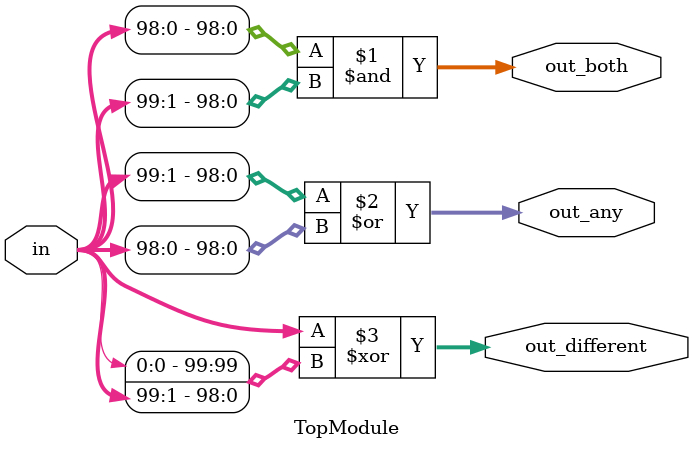
<source format=sv>

module TopModule (
  input [99:0] in,
  output [98:0] out_both,
  output [99:1] out_any,
  output [99:0] out_different
);
// Continuous assignments for the required relationships
assign out_both      = in[98:0] & in[99:1];          // both current and left neighbour are 1
assign out_any       = in[99:1] | in[98:0];          // either current or right neighbour is 1
assign out_different = in ^ {in[0], in[99:1]};       // current bit differs from left neighbour (wrap‑around)
endmodule

</source>
